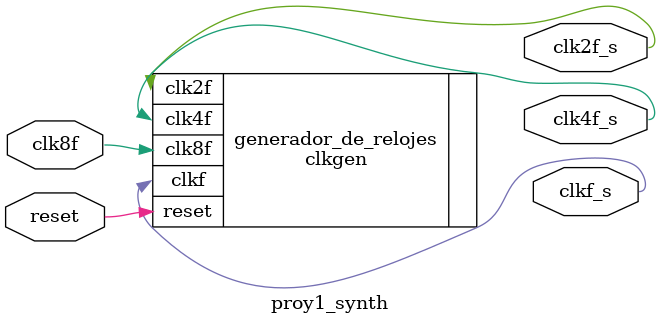
<source format=v>
`include "cmos_cells.v"
/* Generated by Yosys 0.7 (git sha1 61f6811, gcc 6.2.0-11ubuntu1 -O2 -fdebug-prefix-map=/build/yosys-OIL3SR/yosys-0.7=. -fstack-protector-strong -fPIC -Os) */

(* src = "clkgen.v:1" *)
module clkgen_s(clkf, clk2f, clk4f, clk8f, reset);
  (* src = "clkgen.v:12" *)
  wire _0_;
  wire _1_;
  (* src = "clkgen.v:3" *)
  output clk2f;
  (* src = "clkgen.v:4" *)
  output clk4f;
  (* src = "clkgen.v:5" *)
  input clk8f;
  (* src = "clkgen.v:2" *)
  output clkf;
  (* src = "clkgen.v:6" *)
  input reset;
  NOT _2_ (
    .A(reset),
    .Y(_1_)
  );
  NOR _3_ (
    .A(_1_),
    .B(clk4f),
    .Y(_0_)
  );
  DFF _4_ (
    .C(clk8f),
    .D(_0_),
    .Q(clk4f)
  );
  assign clk2f = 1'b0;
  assign clkf = 1'b0;
endmodule

(* top =  1  *)
(* src = "proy1_conductual.v:3" *)
module proy1_synth(clk8f, clk2f_s, clk4f_s, clkf_s, reset);
  (* src = "proy1_conductual.v:5" *)
  output clk2f_s;
  (* src = "proy1_conductual.v:6" *)
  output clk4f_s;
  (* src = "proy1_conductual.v:4" *)
  input clk8f;
  (* src = "proy1_conductual.v:7" *)
  output clkf_s;
  (* src = "proy1_conductual.v:8" *)
  input reset;
  (* src = "proy1_conductual.v:10" *)
  clkgen generador_de_relojes (
    .clk2f(clk2f_s),
    .clk4f(clk4f_s),
    .clk8f(clk8f),
    .clkf(clkf_s),
    .reset(reset)
  );
endmodule

</source>
